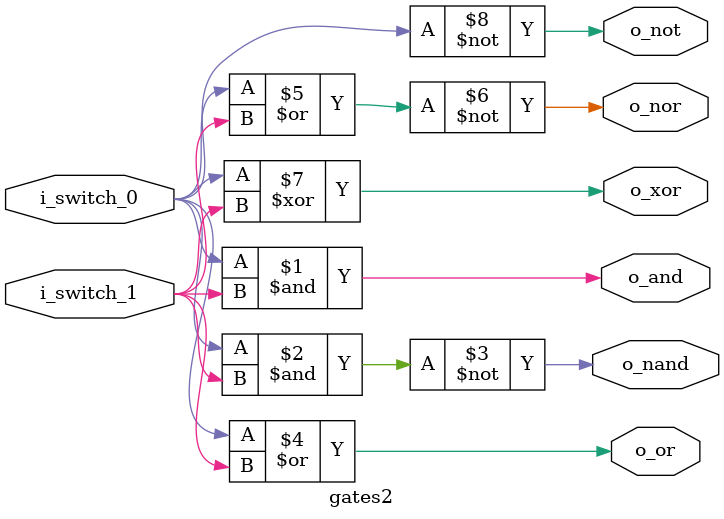
<source format=v>
`timescale 1ns / 1ps

module gates2(
    input i_switch_0,
    input i_switch_1,

    output o_and, o_nand, o_or, o_nor, o_xor, o_not
);

    assign o_and  =   i_switch_0 & i_switch_1;
    assign o_nand = ~(i_switch_0 & i_switch_1);
    assign o_or   =   i_switch_0 | i_switch_1;
    assign o_nor  = ~(i_switch_0 | i_switch_1);
    assign o_xor  =   i_switch_0 ^ i_switch_1;
    assign o_not  =  ~i_switch_0;

endmodule
</source>
